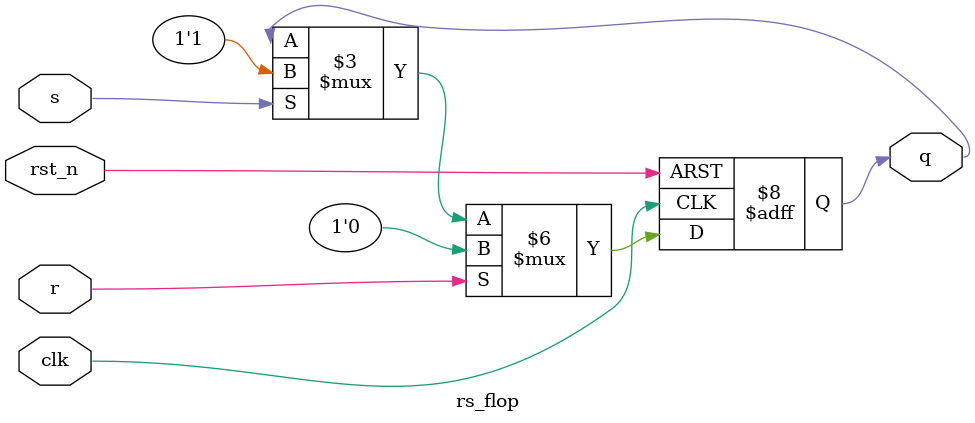
<source format=sv>
module PWM11(clk, rst_n, duty, PWM_sig);

    input clk, rst_n;
    input [10:0] duty;
    output PWM_sig;

    wire [10:0] count;
    wire set, reset;

    counter counter(.clk(clk), .rst_n(rst_n), .out(count));
    rs_flop rs_flop(.r(reset), .s(set), .clk(clk), .rst_n(rst_n), .q(PWM_sig));

    // Reset flop when counter is full
    assign reset = (count >= duty);

    // Set flop when counter is empty
    assign set = (count == 0);

endmodule

module counter(clk, rst_n, out);

    input clk, rst_n;
    output reg [10:0] out;

    always_ff @(posedge clk, negedge rst_n) begin
        if (!rst_n)
            out <= 1'b0;
        // Count up when not resetting
        else
            out <= out + 1;
    end

endmodule

module rs_flop(r, s, clk, rst_n, q);

    input r, s, clk, rst_n;
    output reg q;

    // Basic RS flop functionality
    always_ff @(posedge clk, negedge rst_n) begin
        if (!rst_n)
            q <= 1'b0;
        else if (r)
            q <= 1'b0;
        else if (s)
            q <= 1'b1;
    end

endmodule


</source>
